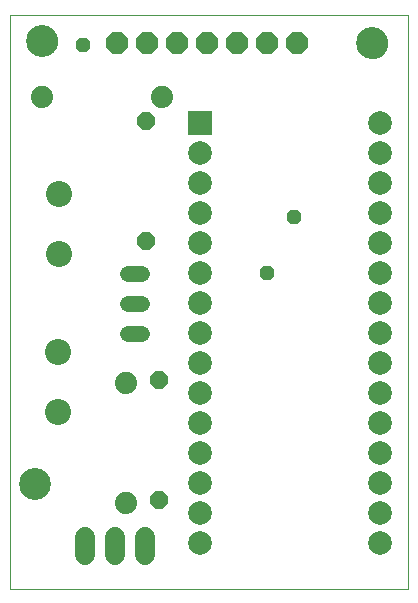
<source format=gbs>
G75*
%MOIN*%
%OFA0B0*%
%FSLAX25Y25*%
%IPPOS*%
%LPD*%
%AMOC8*
5,1,8,0,0,1.08239X$1,22.5*
%
%ADD10C,0.00000*%
%ADD11C,0.10643*%
%ADD12OC8,0.06000*%
%ADD13R,0.07887X0.07887*%
%ADD14C,0.07887*%
%ADD15C,0.08674*%
%ADD16C,0.06800*%
%ADD17C,0.07400*%
%ADD18OC8,0.07296*%
%ADD19C,0.05300*%
%ADD20OC8,0.04762*%
D10*
X0037456Y0031440D02*
X0037456Y0222771D01*
X0170178Y0222771D01*
X0170178Y0031440D01*
X0037456Y0031440D01*
X0040735Y0066440D02*
X0040737Y0066580D01*
X0040743Y0066720D01*
X0040753Y0066859D01*
X0040767Y0066998D01*
X0040785Y0067137D01*
X0040806Y0067275D01*
X0040832Y0067413D01*
X0040862Y0067550D01*
X0040895Y0067685D01*
X0040933Y0067820D01*
X0040974Y0067954D01*
X0041019Y0068087D01*
X0041067Y0068218D01*
X0041120Y0068347D01*
X0041176Y0068476D01*
X0041235Y0068602D01*
X0041299Y0068727D01*
X0041365Y0068850D01*
X0041436Y0068971D01*
X0041509Y0069090D01*
X0041586Y0069207D01*
X0041667Y0069321D01*
X0041750Y0069433D01*
X0041837Y0069543D01*
X0041927Y0069651D01*
X0042019Y0069755D01*
X0042115Y0069857D01*
X0042214Y0069957D01*
X0042315Y0070053D01*
X0042419Y0070147D01*
X0042526Y0070237D01*
X0042635Y0070324D01*
X0042747Y0070409D01*
X0042861Y0070490D01*
X0042977Y0070568D01*
X0043095Y0070642D01*
X0043216Y0070713D01*
X0043338Y0070781D01*
X0043463Y0070845D01*
X0043589Y0070906D01*
X0043716Y0070963D01*
X0043846Y0071016D01*
X0043977Y0071066D01*
X0044109Y0071111D01*
X0044242Y0071154D01*
X0044377Y0071192D01*
X0044512Y0071226D01*
X0044649Y0071257D01*
X0044786Y0071284D01*
X0044924Y0071306D01*
X0045063Y0071325D01*
X0045202Y0071340D01*
X0045341Y0071351D01*
X0045481Y0071358D01*
X0045621Y0071361D01*
X0045761Y0071360D01*
X0045901Y0071355D01*
X0046040Y0071346D01*
X0046180Y0071333D01*
X0046319Y0071316D01*
X0046457Y0071295D01*
X0046595Y0071271D01*
X0046732Y0071242D01*
X0046868Y0071210D01*
X0047003Y0071173D01*
X0047137Y0071133D01*
X0047270Y0071089D01*
X0047401Y0071041D01*
X0047531Y0070990D01*
X0047660Y0070935D01*
X0047787Y0070876D01*
X0047912Y0070813D01*
X0048035Y0070748D01*
X0048157Y0070678D01*
X0048276Y0070605D01*
X0048394Y0070529D01*
X0048509Y0070450D01*
X0048622Y0070367D01*
X0048732Y0070281D01*
X0048840Y0070192D01*
X0048945Y0070100D01*
X0049048Y0070005D01*
X0049148Y0069907D01*
X0049245Y0069807D01*
X0049339Y0069703D01*
X0049431Y0069597D01*
X0049519Y0069489D01*
X0049604Y0069378D01*
X0049686Y0069264D01*
X0049765Y0069148D01*
X0049840Y0069031D01*
X0049912Y0068911D01*
X0049980Y0068789D01*
X0050045Y0068665D01*
X0050107Y0068539D01*
X0050165Y0068412D01*
X0050219Y0068283D01*
X0050270Y0068152D01*
X0050316Y0068020D01*
X0050359Y0067887D01*
X0050399Y0067753D01*
X0050434Y0067618D01*
X0050466Y0067481D01*
X0050493Y0067344D01*
X0050517Y0067206D01*
X0050537Y0067068D01*
X0050553Y0066929D01*
X0050565Y0066789D01*
X0050573Y0066650D01*
X0050577Y0066510D01*
X0050577Y0066370D01*
X0050573Y0066230D01*
X0050565Y0066091D01*
X0050553Y0065951D01*
X0050537Y0065812D01*
X0050517Y0065674D01*
X0050493Y0065536D01*
X0050466Y0065399D01*
X0050434Y0065262D01*
X0050399Y0065127D01*
X0050359Y0064993D01*
X0050316Y0064860D01*
X0050270Y0064728D01*
X0050219Y0064597D01*
X0050165Y0064468D01*
X0050107Y0064341D01*
X0050045Y0064215D01*
X0049980Y0064091D01*
X0049912Y0063969D01*
X0049840Y0063849D01*
X0049765Y0063732D01*
X0049686Y0063616D01*
X0049604Y0063502D01*
X0049519Y0063391D01*
X0049431Y0063283D01*
X0049339Y0063177D01*
X0049245Y0063073D01*
X0049148Y0062973D01*
X0049048Y0062875D01*
X0048945Y0062780D01*
X0048840Y0062688D01*
X0048732Y0062599D01*
X0048622Y0062513D01*
X0048509Y0062430D01*
X0048394Y0062351D01*
X0048276Y0062275D01*
X0048157Y0062202D01*
X0048035Y0062132D01*
X0047912Y0062067D01*
X0047787Y0062004D01*
X0047660Y0061945D01*
X0047531Y0061890D01*
X0047401Y0061839D01*
X0047270Y0061791D01*
X0047137Y0061747D01*
X0047003Y0061707D01*
X0046868Y0061670D01*
X0046732Y0061638D01*
X0046595Y0061609D01*
X0046457Y0061585D01*
X0046319Y0061564D01*
X0046180Y0061547D01*
X0046040Y0061534D01*
X0045901Y0061525D01*
X0045761Y0061520D01*
X0045621Y0061519D01*
X0045481Y0061522D01*
X0045341Y0061529D01*
X0045202Y0061540D01*
X0045063Y0061555D01*
X0044924Y0061574D01*
X0044786Y0061596D01*
X0044649Y0061623D01*
X0044512Y0061654D01*
X0044377Y0061688D01*
X0044242Y0061726D01*
X0044109Y0061769D01*
X0043977Y0061814D01*
X0043846Y0061864D01*
X0043716Y0061917D01*
X0043589Y0061974D01*
X0043463Y0062035D01*
X0043338Y0062099D01*
X0043216Y0062167D01*
X0043095Y0062238D01*
X0042977Y0062312D01*
X0042861Y0062390D01*
X0042747Y0062471D01*
X0042635Y0062556D01*
X0042526Y0062643D01*
X0042419Y0062733D01*
X0042315Y0062827D01*
X0042214Y0062923D01*
X0042115Y0063023D01*
X0042019Y0063125D01*
X0041927Y0063229D01*
X0041837Y0063337D01*
X0041750Y0063447D01*
X0041667Y0063559D01*
X0041586Y0063673D01*
X0041509Y0063790D01*
X0041436Y0063909D01*
X0041365Y0064030D01*
X0041299Y0064153D01*
X0041235Y0064278D01*
X0041176Y0064404D01*
X0041120Y0064533D01*
X0041067Y0064662D01*
X0041019Y0064793D01*
X0040974Y0064926D01*
X0040933Y0065060D01*
X0040895Y0065195D01*
X0040862Y0065330D01*
X0040832Y0065467D01*
X0040806Y0065605D01*
X0040785Y0065743D01*
X0040767Y0065882D01*
X0040753Y0066021D01*
X0040743Y0066160D01*
X0040737Y0066300D01*
X0040735Y0066440D01*
X0043335Y0214040D02*
X0043337Y0214180D01*
X0043343Y0214320D01*
X0043353Y0214459D01*
X0043367Y0214598D01*
X0043385Y0214737D01*
X0043406Y0214875D01*
X0043432Y0215013D01*
X0043462Y0215150D01*
X0043495Y0215285D01*
X0043533Y0215420D01*
X0043574Y0215554D01*
X0043619Y0215687D01*
X0043667Y0215818D01*
X0043720Y0215947D01*
X0043776Y0216076D01*
X0043835Y0216202D01*
X0043899Y0216327D01*
X0043965Y0216450D01*
X0044036Y0216571D01*
X0044109Y0216690D01*
X0044186Y0216807D01*
X0044267Y0216921D01*
X0044350Y0217033D01*
X0044437Y0217143D01*
X0044527Y0217251D01*
X0044619Y0217355D01*
X0044715Y0217457D01*
X0044814Y0217557D01*
X0044915Y0217653D01*
X0045019Y0217747D01*
X0045126Y0217837D01*
X0045235Y0217924D01*
X0045347Y0218009D01*
X0045461Y0218090D01*
X0045577Y0218168D01*
X0045695Y0218242D01*
X0045816Y0218313D01*
X0045938Y0218381D01*
X0046063Y0218445D01*
X0046189Y0218506D01*
X0046316Y0218563D01*
X0046446Y0218616D01*
X0046577Y0218666D01*
X0046709Y0218711D01*
X0046842Y0218754D01*
X0046977Y0218792D01*
X0047112Y0218826D01*
X0047249Y0218857D01*
X0047386Y0218884D01*
X0047524Y0218906D01*
X0047663Y0218925D01*
X0047802Y0218940D01*
X0047941Y0218951D01*
X0048081Y0218958D01*
X0048221Y0218961D01*
X0048361Y0218960D01*
X0048501Y0218955D01*
X0048640Y0218946D01*
X0048780Y0218933D01*
X0048919Y0218916D01*
X0049057Y0218895D01*
X0049195Y0218871D01*
X0049332Y0218842D01*
X0049468Y0218810D01*
X0049603Y0218773D01*
X0049737Y0218733D01*
X0049870Y0218689D01*
X0050001Y0218641D01*
X0050131Y0218590D01*
X0050260Y0218535D01*
X0050387Y0218476D01*
X0050512Y0218413D01*
X0050635Y0218348D01*
X0050757Y0218278D01*
X0050876Y0218205D01*
X0050994Y0218129D01*
X0051109Y0218050D01*
X0051222Y0217967D01*
X0051332Y0217881D01*
X0051440Y0217792D01*
X0051545Y0217700D01*
X0051648Y0217605D01*
X0051748Y0217507D01*
X0051845Y0217407D01*
X0051939Y0217303D01*
X0052031Y0217197D01*
X0052119Y0217089D01*
X0052204Y0216978D01*
X0052286Y0216864D01*
X0052365Y0216748D01*
X0052440Y0216631D01*
X0052512Y0216511D01*
X0052580Y0216389D01*
X0052645Y0216265D01*
X0052707Y0216139D01*
X0052765Y0216012D01*
X0052819Y0215883D01*
X0052870Y0215752D01*
X0052916Y0215620D01*
X0052959Y0215487D01*
X0052999Y0215353D01*
X0053034Y0215218D01*
X0053066Y0215081D01*
X0053093Y0214944D01*
X0053117Y0214806D01*
X0053137Y0214668D01*
X0053153Y0214529D01*
X0053165Y0214389D01*
X0053173Y0214250D01*
X0053177Y0214110D01*
X0053177Y0213970D01*
X0053173Y0213830D01*
X0053165Y0213691D01*
X0053153Y0213551D01*
X0053137Y0213412D01*
X0053117Y0213274D01*
X0053093Y0213136D01*
X0053066Y0212999D01*
X0053034Y0212862D01*
X0052999Y0212727D01*
X0052959Y0212593D01*
X0052916Y0212460D01*
X0052870Y0212328D01*
X0052819Y0212197D01*
X0052765Y0212068D01*
X0052707Y0211941D01*
X0052645Y0211815D01*
X0052580Y0211691D01*
X0052512Y0211569D01*
X0052440Y0211449D01*
X0052365Y0211332D01*
X0052286Y0211216D01*
X0052204Y0211102D01*
X0052119Y0210991D01*
X0052031Y0210883D01*
X0051939Y0210777D01*
X0051845Y0210673D01*
X0051748Y0210573D01*
X0051648Y0210475D01*
X0051545Y0210380D01*
X0051440Y0210288D01*
X0051332Y0210199D01*
X0051222Y0210113D01*
X0051109Y0210030D01*
X0050994Y0209951D01*
X0050876Y0209875D01*
X0050757Y0209802D01*
X0050635Y0209732D01*
X0050512Y0209667D01*
X0050387Y0209604D01*
X0050260Y0209545D01*
X0050131Y0209490D01*
X0050001Y0209439D01*
X0049870Y0209391D01*
X0049737Y0209347D01*
X0049603Y0209307D01*
X0049468Y0209270D01*
X0049332Y0209238D01*
X0049195Y0209209D01*
X0049057Y0209185D01*
X0048919Y0209164D01*
X0048780Y0209147D01*
X0048640Y0209134D01*
X0048501Y0209125D01*
X0048361Y0209120D01*
X0048221Y0209119D01*
X0048081Y0209122D01*
X0047941Y0209129D01*
X0047802Y0209140D01*
X0047663Y0209155D01*
X0047524Y0209174D01*
X0047386Y0209196D01*
X0047249Y0209223D01*
X0047112Y0209254D01*
X0046977Y0209288D01*
X0046842Y0209326D01*
X0046709Y0209369D01*
X0046577Y0209414D01*
X0046446Y0209464D01*
X0046316Y0209517D01*
X0046189Y0209574D01*
X0046063Y0209635D01*
X0045938Y0209699D01*
X0045816Y0209767D01*
X0045695Y0209838D01*
X0045577Y0209912D01*
X0045461Y0209990D01*
X0045347Y0210071D01*
X0045235Y0210156D01*
X0045126Y0210243D01*
X0045019Y0210333D01*
X0044915Y0210427D01*
X0044814Y0210523D01*
X0044715Y0210623D01*
X0044619Y0210725D01*
X0044527Y0210829D01*
X0044437Y0210937D01*
X0044350Y0211047D01*
X0044267Y0211159D01*
X0044186Y0211273D01*
X0044109Y0211390D01*
X0044036Y0211509D01*
X0043965Y0211630D01*
X0043899Y0211753D01*
X0043835Y0211878D01*
X0043776Y0212004D01*
X0043720Y0212133D01*
X0043667Y0212262D01*
X0043619Y0212393D01*
X0043574Y0212526D01*
X0043533Y0212660D01*
X0043495Y0212795D01*
X0043462Y0212930D01*
X0043432Y0213067D01*
X0043406Y0213205D01*
X0043385Y0213343D01*
X0043367Y0213482D01*
X0043353Y0213621D01*
X0043343Y0213760D01*
X0043337Y0213900D01*
X0043335Y0214040D01*
X0153335Y0213240D02*
X0153337Y0213380D01*
X0153343Y0213520D01*
X0153353Y0213659D01*
X0153367Y0213798D01*
X0153385Y0213937D01*
X0153406Y0214075D01*
X0153432Y0214213D01*
X0153462Y0214350D01*
X0153495Y0214485D01*
X0153533Y0214620D01*
X0153574Y0214754D01*
X0153619Y0214887D01*
X0153667Y0215018D01*
X0153720Y0215147D01*
X0153776Y0215276D01*
X0153835Y0215402D01*
X0153899Y0215527D01*
X0153965Y0215650D01*
X0154036Y0215771D01*
X0154109Y0215890D01*
X0154186Y0216007D01*
X0154267Y0216121D01*
X0154350Y0216233D01*
X0154437Y0216343D01*
X0154527Y0216451D01*
X0154619Y0216555D01*
X0154715Y0216657D01*
X0154814Y0216757D01*
X0154915Y0216853D01*
X0155019Y0216947D01*
X0155126Y0217037D01*
X0155235Y0217124D01*
X0155347Y0217209D01*
X0155461Y0217290D01*
X0155577Y0217368D01*
X0155695Y0217442D01*
X0155816Y0217513D01*
X0155938Y0217581D01*
X0156063Y0217645D01*
X0156189Y0217706D01*
X0156316Y0217763D01*
X0156446Y0217816D01*
X0156577Y0217866D01*
X0156709Y0217911D01*
X0156842Y0217954D01*
X0156977Y0217992D01*
X0157112Y0218026D01*
X0157249Y0218057D01*
X0157386Y0218084D01*
X0157524Y0218106D01*
X0157663Y0218125D01*
X0157802Y0218140D01*
X0157941Y0218151D01*
X0158081Y0218158D01*
X0158221Y0218161D01*
X0158361Y0218160D01*
X0158501Y0218155D01*
X0158640Y0218146D01*
X0158780Y0218133D01*
X0158919Y0218116D01*
X0159057Y0218095D01*
X0159195Y0218071D01*
X0159332Y0218042D01*
X0159468Y0218010D01*
X0159603Y0217973D01*
X0159737Y0217933D01*
X0159870Y0217889D01*
X0160001Y0217841D01*
X0160131Y0217790D01*
X0160260Y0217735D01*
X0160387Y0217676D01*
X0160512Y0217613D01*
X0160635Y0217548D01*
X0160757Y0217478D01*
X0160876Y0217405D01*
X0160994Y0217329D01*
X0161109Y0217250D01*
X0161222Y0217167D01*
X0161332Y0217081D01*
X0161440Y0216992D01*
X0161545Y0216900D01*
X0161648Y0216805D01*
X0161748Y0216707D01*
X0161845Y0216607D01*
X0161939Y0216503D01*
X0162031Y0216397D01*
X0162119Y0216289D01*
X0162204Y0216178D01*
X0162286Y0216064D01*
X0162365Y0215948D01*
X0162440Y0215831D01*
X0162512Y0215711D01*
X0162580Y0215589D01*
X0162645Y0215465D01*
X0162707Y0215339D01*
X0162765Y0215212D01*
X0162819Y0215083D01*
X0162870Y0214952D01*
X0162916Y0214820D01*
X0162959Y0214687D01*
X0162999Y0214553D01*
X0163034Y0214418D01*
X0163066Y0214281D01*
X0163093Y0214144D01*
X0163117Y0214006D01*
X0163137Y0213868D01*
X0163153Y0213729D01*
X0163165Y0213589D01*
X0163173Y0213450D01*
X0163177Y0213310D01*
X0163177Y0213170D01*
X0163173Y0213030D01*
X0163165Y0212891D01*
X0163153Y0212751D01*
X0163137Y0212612D01*
X0163117Y0212474D01*
X0163093Y0212336D01*
X0163066Y0212199D01*
X0163034Y0212062D01*
X0162999Y0211927D01*
X0162959Y0211793D01*
X0162916Y0211660D01*
X0162870Y0211528D01*
X0162819Y0211397D01*
X0162765Y0211268D01*
X0162707Y0211141D01*
X0162645Y0211015D01*
X0162580Y0210891D01*
X0162512Y0210769D01*
X0162440Y0210649D01*
X0162365Y0210532D01*
X0162286Y0210416D01*
X0162204Y0210302D01*
X0162119Y0210191D01*
X0162031Y0210083D01*
X0161939Y0209977D01*
X0161845Y0209873D01*
X0161748Y0209773D01*
X0161648Y0209675D01*
X0161545Y0209580D01*
X0161440Y0209488D01*
X0161332Y0209399D01*
X0161222Y0209313D01*
X0161109Y0209230D01*
X0160994Y0209151D01*
X0160876Y0209075D01*
X0160757Y0209002D01*
X0160635Y0208932D01*
X0160512Y0208867D01*
X0160387Y0208804D01*
X0160260Y0208745D01*
X0160131Y0208690D01*
X0160001Y0208639D01*
X0159870Y0208591D01*
X0159737Y0208547D01*
X0159603Y0208507D01*
X0159468Y0208470D01*
X0159332Y0208438D01*
X0159195Y0208409D01*
X0159057Y0208385D01*
X0158919Y0208364D01*
X0158780Y0208347D01*
X0158640Y0208334D01*
X0158501Y0208325D01*
X0158361Y0208320D01*
X0158221Y0208319D01*
X0158081Y0208322D01*
X0157941Y0208329D01*
X0157802Y0208340D01*
X0157663Y0208355D01*
X0157524Y0208374D01*
X0157386Y0208396D01*
X0157249Y0208423D01*
X0157112Y0208454D01*
X0156977Y0208488D01*
X0156842Y0208526D01*
X0156709Y0208569D01*
X0156577Y0208614D01*
X0156446Y0208664D01*
X0156316Y0208717D01*
X0156189Y0208774D01*
X0156063Y0208835D01*
X0155938Y0208899D01*
X0155816Y0208967D01*
X0155695Y0209038D01*
X0155577Y0209112D01*
X0155461Y0209190D01*
X0155347Y0209271D01*
X0155235Y0209356D01*
X0155126Y0209443D01*
X0155019Y0209533D01*
X0154915Y0209627D01*
X0154814Y0209723D01*
X0154715Y0209823D01*
X0154619Y0209925D01*
X0154527Y0210029D01*
X0154437Y0210137D01*
X0154350Y0210247D01*
X0154267Y0210359D01*
X0154186Y0210473D01*
X0154109Y0210590D01*
X0154036Y0210709D01*
X0153965Y0210830D01*
X0153899Y0210953D01*
X0153835Y0211078D01*
X0153776Y0211204D01*
X0153720Y0211333D01*
X0153667Y0211462D01*
X0153619Y0211593D01*
X0153574Y0211726D01*
X0153533Y0211860D01*
X0153495Y0211995D01*
X0153462Y0212130D01*
X0153432Y0212267D01*
X0153406Y0212405D01*
X0153385Y0212543D01*
X0153367Y0212682D01*
X0153353Y0212821D01*
X0153343Y0212960D01*
X0153337Y0213100D01*
X0153335Y0213240D01*
D11*
X0158256Y0213240D03*
X0048256Y0214040D03*
X0045656Y0066440D03*
D12*
X0087056Y0061040D03*
X0087056Y0101040D03*
X0082856Y0147240D03*
X0082856Y0187240D03*
D13*
X0100656Y0186640D03*
D14*
X0100656Y0176640D03*
X0100656Y0166640D03*
X0100656Y0156640D03*
X0100656Y0146640D03*
X0100656Y0136640D03*
X0100656Y0126640D03*
X0100656Y0116640D03*
X0100656Y0106640D03*
X0100656Y0096640D03*
X0100656Y0086640D03*
X0100656Y0076640D03*
X0100656Y0066640D03*
X0100656Y0056640D03*
X0100656Y0046640D03*
X0160656Y0046640D03*
X0160656Y0056640D03*
X0160656Y0066640D03*
X0160656Y0076640D03*
X0160656Y0086640D03*
X0160656Y0096640D03*
X0160656Y0106640D03*
X0160656Y0116640D03*
X0160656Y0126640D03*
X0160656Y0136640D03*
X0160656Y0146640D03*
X0160656Y0156640D03*
X0160656Y0166640D03*
X0160656Y0176640D03*
X0160656Y0186640D03*
D15*
X0053955Y0163123D03*
X0053955Y0143123D03*
X0053558Y0110157D03*
X0053558Y0090157D03*
D16*
X0062456Y0048640D02*
X0062456Y0042640D01*
X0072456Y0042640D02*
X0072456Y0048640D01*
X0082456Y0048640D02*
X0082456Y0042640D01*
D17*
X0076056Y0060040D03*
X0076056Y0100040D03*
X0088056Y0195440D03*
X0048056Y0195440D03*
D18*
X0073256Y0213440D03*
X0083256Y0213440D03*
X0093256Y0213440D03*
X0103256Y0213440D03*
X0113256Y0213440D03*
X0123256Y0213440D03*
X0133256Y0213440D03*
D19*
X0081306Y0136440D02*
X0076806Y0136440D01*
X0076806Y0126440D02*
X0081306Y0126440D01*
X0081306Y0116440D02*
X0076806Y0116440D01*
D20*
X0123256Y0136640D03*
X0132056Y0155240D03*
X0061656Y0212640D03*
M02*

</source>
